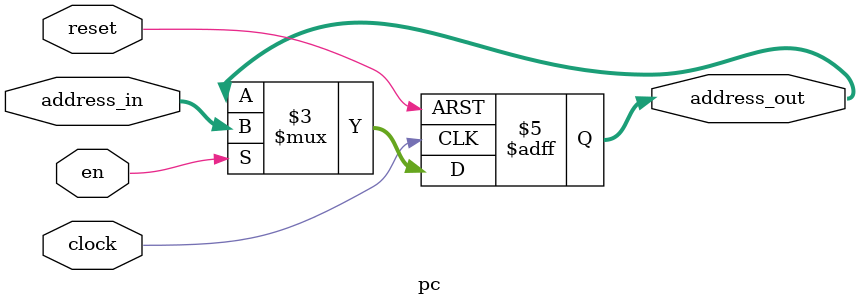
<source format=v>
module pc(clock, reset, en, address_in, address_out);
	input clock, reset, en;
	input[11:0] address_in;
	output[11:0] address_out;
	
   //Intialize q to 000000000000
	reg [11:0] address_out;
   initial
   begin
       address_out = 12'b0;
   end

   //Set value of q on positive edge of the clock or clear
   always @(posedge clock or posedge reset) begin
       //If clear is high, set q to 0
       if (reset) begin
           address_out <= 12'b0;
       //If enable is high, set q to the value of d
       end else if (en) begin
           address_out <= address_in;
       end
   end
endmodule
</source>
